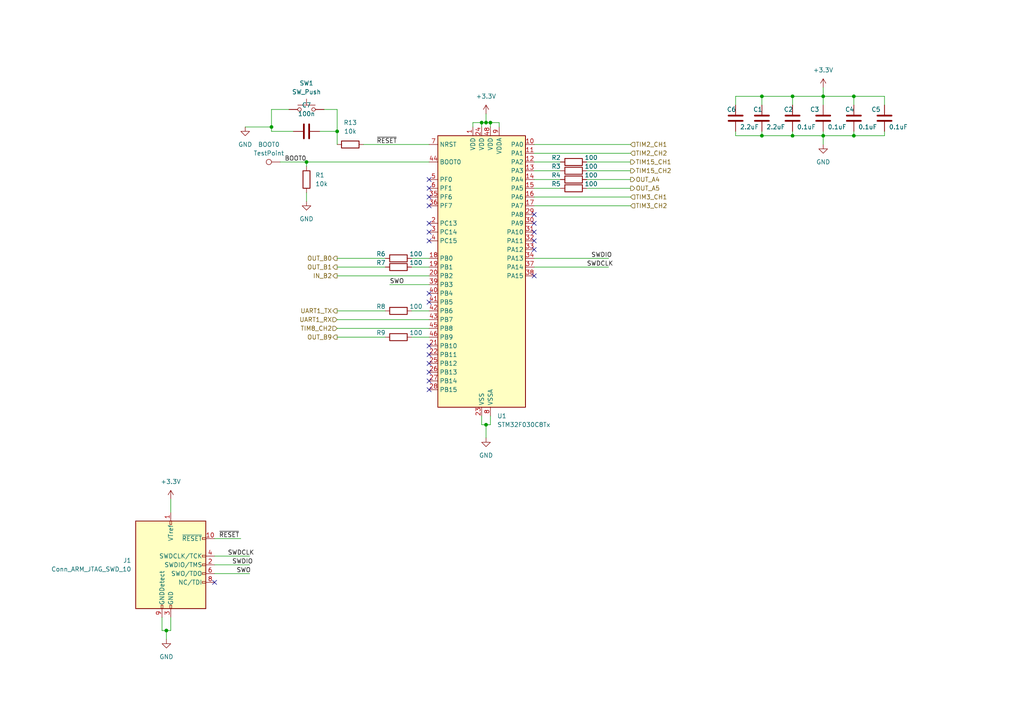
<source format=kicad_sch>
(kicad_sch (version 20230121) (generator eeschema)
  (paper "A4")
  (lib_symbols
    (symbol "Connector:Conn_ARM_JTAG_SWD_10" (pin_names (offset 1.016))
      (property "Reference" "J" (at -2.54 16.51 0))
      (property "Value" "Conn_ARM_JTAG_SWD_10" (at -2.54 13.97 0))
      (symbol "Conn_ARM_JTAG_SWD_10_0_1"
        (rectangle (start -10.16 12.7) (end 10.16 -12.7) (stroke (width 0.254)) (fill (type background)))
        (rectangle (start -2.794 -12.7) (end -2.286 -11.684))
        (rectangle (start -0.254 -12.7) (end 0.254 -11.684))
        (rectangle (start -0.254 12.7) (end 0.254 11.684))
        (rectangle (start 9.144 2.286) (end 10.16 2.794))
        (rectangle (start 10.16 -2.794) (end 9.144 -2.286))
        (rectangle (start 10.16 -0.254) (end 9.144 0.254))
        (rectangle (start 10.16 7.874) (end 9.144 7.366))
      )
      (symbol "Conn_ARM_JTAG_SWD_10_1_1"
        (rectangle (start 9.144 -5.334) (end 10.16 -4.826))
        (pin power_in line (at 0 15.24 270) (length 2.54) (name "VTref") (number "1"))
        (pin open_collector line (at 12.7 7.62 180) (length 2.54) (name "~{RESET}") (number "10"))
        (pin bidirectional line (at 12.7 0 180) (length 2.54) (name "SWDIO/TMS") (number "2"))
        (pin power_in line (at 0 -15.24 90) (length 2.54) (name "GND") (number "3"))
        (pin output line (at 12.7 2.54 180) (length 2.54) (name "SWDCLK/TCK") (number "4"))
        (pin passive line (at 0 -15.24 90) (length 2.54) hide (name "GND") (number "5"))
        (pin input line (at 12.7 -2.54 180) (length 2.54) (name "SWO/TDO") (number "6"))
        (pin no_connect line (at -10.16 0 0) (length 2.54) hide (name "KEY") (number "7"))
        (pin output line (at 12.7 -5.08 180) (length 2.54) (name "NC/TDI") (number "8"))
        (pin passive line (at -2.54 -15.24 90) (length 2.54) (name "GNDDetect") (number "9"))
      )
    )
    (symbol "Connector:TestPoint" (pin_numbers hide) (pin_names (offset 0.762) hide)
      (property "Reference" "TP" (at 0 6.858 0))
      (property "Value" "TestPoint" (at 0 5.08 0))
      (symbol "TestPoint_0_1"
        (circle (center 0 3.302) (radius 0.762))
      )
      (symbol "TestPoint_1_1"
        (pin passive line (at 0 0 90) (length 2.54) (name "1") (number "1"))
      )
    )
    (symbol "Device:C" (pin_numbers hide) (pin_names (offset 0.254))
      (property "Reference" "C" (at 0.635 2.54 0))
      (property "Value" "C" (at 0.635 -2.54 0))
      (symbol "C_0_1"
        (polyline (pts (xy -2.032 -0.762) (xy 2.032 -0.762)) (stroke (width 0.508)))
        (polyline (pts (xy -2.032 0.762) (xy 2.032 0.762)) (stroke (width 0.508)))
      )
      (symbol "C_1_1"
        (pin passive line (at 0 3.81 270) (length 2.794) (name "~") (number "1"))
        (pin passive line (at 0 -3.81 90) (length 2.794) (name "~") (number "2"))
      )
    )
    (symbol "Device:R" (pin_numbers hide) (pin_names (offset 0))
      (property "Reference" "R" (at 2.032 0 90))
      (property "Value" "R" (at 0 0 90))
      (symbol "R_0_1"
        (rectangle (start -1.016 -2.54) (end 1.016 2.54) (stroke (width 0.254)))
      )
      (symbol "R_1_1"
        (pin passive line (at 0 3.81 270) (length 1.27) (name "~") (number "1"))
        (pin passive line (at 0 -3.81 90) (length 1.27) (name "~") (number "2"))
      )
    )
    (symbol "MCU_ST_STM32F0:STM32F030C8Tx"
      (property "Reference" "U" (at -12.7 41.91 0))
      (property "Value" "STM32F030C8Tx" (at 7.62 41.91 0))
      (symbol "STM32F030C8Tx_0_1"
        (rectangle (start -12.7 -38.1) (end 12.7 40.64) (stroke (width 0.254)) (fill (type background)))
      )
      (symbol "STM32F030C8Tx_1_1"
        (pin power_in line (at -2.54 43.18 270) (length 2.54) (name "VDD") (number "1"))
        (pin bidirectional line (at 15.24 38.1 180) (length 2.54) (name "PA0") (number "10"))
        (pin bidirectional line (at 15.24 35.56 180) (length 2.54) (name "PA1") (number "11"))
        (pin bidirectional line (at 15.24 33.02 180) (length 2.54) (name "PA2") (number "12"))
        (pin bidirectional line (at 15.24 30.48 180) (length 2.54) (name "PA3") (number "13"))
        (pin bidirectional line (at 15.24 27.94 180) (length 2.54) (name "PA4") (number "14"))
        (pin bidirectional line (at 15.24 25.4 180) (length 2.54) (name "PA5") (number "15"))
        (pin bidirectional line (at 15.24 22.86 180) (length 2.54) (name "PA6") (number "16"))
        (pin bidirectional line (at 15.24 20.32 180) (length 2.54) (name "PA7") (number "17"))
        (pin bidirectional line (at -15.24 5.08 0) (length 2.54) (name "PB0") (number "18"))
        (pin bidirectional line (at -15.24 2.54 0) (length 2.54) (name "PB1") (number "19"))
        (pin bidirectional line (at -15.24 15.24 0) (length 2.54) (name "PC13") (number "2"))
        (pin bidirectional line (at -15.24 0 0) (length 2.54) (name "PB2") (number "20"))
        (pin bidirectional line (at -15.24 -20.32 0) (length 2.54) (name "PB10") (number "21"))
        (pin bidirectional line (at -15.24 -22.86 0) (length 2.54) (name "PB11") (number "22"))
        (pin power_in line (at 0 -40.64 90) (length 2.54) (name "VSS") (number "23"))
        (pin power_in line (at 0 43.18 270) (length 2.54) (name "VDD") (number "24"))
        (pin bidirectional line (at -15.24 -25.4 0) (length 2.54) (name "PB12") (number "25"))
        (pin bidirectional line (at -15.24 -27.94 0) (length 2.54) (name "PB13") (number "26"))
        (pin bidirectional line (at -15.24 -30.48 0) (length 2.54) (name "PB14") (number "27"))
        (pin bidirectional line (at -15.24 -33.02 0) (length 2.54) (name "PB15") (number "28"))
        (pin bidirectional line (at 15.24 17.78 180) (length 2.54) (name "PA8") (number "29"))
        (pin bidirectional line (at -15.24 12.7 0) (length 2.54) (name "PC14") (number "3"))
        (pin bidirectional line (at 15.24 15.24 180) (length 2.54) (name "PA9") (number "30"))
        (pin bidirectional line (at 15.24 12.7 180) (length 2.54) (name "PA10") (number "31"))
        (pin bidirectional line (at 15.24 10.16 180) (length 2.54) (name "PA11") (number "32"))
        (pin bidirectional line (at 15.24 7.62 180) (length 2.54) (name "PA12") (number "33"))
        (pin bidirectional line (at 15.24 5.08 180) (length 2.54) (name "PA13") (number "34"))
        (pin bidirectional line (at -15.24 22.86 0) (length 2.54) (name "PF6") (number "35"))
        (pin bidirectional line (at -15.24 20.32 0) (length 2.54) (name "PF7") (number "36"))
        (pin bidirectional line (at 15.24 2.54 180) (length 2.54) (name "PA14") (number "37"))
        (pin bidirectional line (at 15.24 0 180) (length 2.54) (name "PA15") (number "38"))
        (pin bidirectional line (at -15.24 -2.54 0) (length 2.54) (name "PB3") (number "39"))
        (pin bidirectional line (at -15.24 10.16 0) (length 2.54) (name "PC15") (number "4"))
        (pin bidirectional line (at -15.24 -5.08 0) (length 2.54) (name "PB4") (number "40"))
        (pin bidirectional line (at -15.24 -7.62 0) (length 2.54) (name "PB5") (number "41"))
        (pin bidirectional line (at -15.24 -10.16 0) (length 2.54) (name "PB6") (number "42"))
        (pin bidirectional line (at -15.24 -12.7 0) (length 2.54) (name "PB7") (number "43"))
        (pin input line (at -15.24 33.02 0) (length 2.54) (name "BOOT0") (number "44"))
        (pin bidirectional line (at -15.24 -15.24 0) (length 2.54) (name "PB8") (number "45"))
        (pin bidirectional line (at -15.24 -17.78 0) (length 2.54) (name "PB9") (number "46"))
        (pin passive line (at 0 -40.64 90) (length 2.54) hide (name "VSS") (number "47"))
        (pin power_in line (at 2.54 43.18 270) (length 2.54) (name "VDD") (number "48"))
        (pin bidirectional line (at -15.24 27.94 0) (length 2.54) (name "PF0") (number "5"))
        (pin bidirectional line (at -15.24 25.4 0) (length 2.54) (name "PF1") (number "6"))
        (pin input line (at -15.24 38.1 0) (length 2.54) (name "NRST") (number "7"))
        (pin power_in line (at 2.54 -40.64 90) (length 2.54) (name "VSSA") (number "8"))
        (pin power_in line (at 5.08 43.18 270) (length 2.54) (name "VDDA") (number "9"))
      )
    )
    (symbol "Switch:SW_Push" (pin_numbers hide) (pin_names (offset 1.016) hide)
      (property "Reference" "SW" (at 1.27 2.54 0))
      (property "Value" "SW_Push" (at 0 -1.524 0))
      (symbol "SW_Push_0_1"
        (circle (center -2.032 0) (radius 0.508))
        (polyline (pts (xy 0 1.27) (xy 0 3.048)))
        (polyline (pts (xy 2.54 1.27) (xy -2.54 1.27)))
        (circle (center 2.032 0) (radius 0.508))
        (pin passive line (at -5.08 0 0) (length 2.54) (name "1") (number "1"))
        (pin passive line (at 5.08 0 180) (length 2.54) (name "2") (number "2"))
      )
    )
    (symbol "minimouse:C" (pin_numbers hide) (pin_names (offset 0.254))
      (property "Reference" "C" (at 0.635 2.54 0))
      (property "Value" "C" (at 0.635 -2.54 0))
      (symbol "C_0_1"
        (polyline (pts (xy -2.032 -0.762) (xy 2.032 -0.762)) (stroke (width 0.508)))
        (polyline (pts (xy -2.032 0.762) (xy 2.032 0.762)) (stroke (width 0.508)))
      )
      (symbol "C_1_1"
        (pin passive line (at 0 3.81 270) (length 2.794) (name "~") (number "1"))
        (pin passive line (at 0 -3.81 90) (length 2.794) (name "~") (number "2"))
      )
    )
    (symbol "minimouse:R" (pin_numbers hide) (pin_names (offset 0))
      (property "Reference" "R" (at 2.032 0 90))
      (property "Value" "R" (at 0 0 90))
      (symbol "R_0_1"
        (rectangle (start -1.016 -2.54) (end 1.016 2.54) (stroke (width 0.254)))
      )
      (symbol "R_1_1"
        (pin passive line (at 0 3.81 270) (length 1.27) (name "~") (number "1"))
        (pin passive line (at 0 -3.81 90) (length 1.27) (name "~") (number "2"))
      )
    )
    (symbol "power:+3.3V" (power) (pin_names (offset 0))
      (property "Value" "+3.3V" (at 0 3.556 0))
      (symbol "+3.3V_0_1"
        (polyline (pts (xy -0.762 1.27) (xy 0 2.54)))
        (polyline (pts (xy 0 0) (xy 0 2.54)))
        (polyline (pts (xy 0 2.54) (xy 0.762 1.27)))
      )
      (symbol "+3.3V_1_1"
        (pin power_in line (at 0 0 90) (length 0) hide (name "+3.3V") (number "1"))
      )
    )
    (symbol "power:GND" (power) (pin_names (offset 0))
      (property "Value" "GND" (at 0 -3.81 0))
      (symbol "GND_0_1"
        (polyline (pts (xy 0 0) (xy 0 -1.27) (xy 1.27 -1.27) (xy 0 -2.54) (xy -1.27 -1.27) (xy 0 -1.27)))
      )
      (symbol "GND_1_1"
        (pin power_in line (at 0 0 270) (length 0) hide (name "GND") (number "1"))
      )
    )
  )
  (junction (at 247.65 27.94))
  (junction (at 140.97 123.19))
  (junction (at 97.79 38.1))
  (junction (at 142.24 35.56))
  (junction (at 229.87 27.94))
  (junction (at 220.98 27.94))
  (junction (at 78.74 36.83))
  (junction (at 48.26 182.88))
  (junction (at 139.7 35.56))
  (junction (at 238.76 39.37))
  (junction (at 229.87 39.37))
  (junction (at 220.98 39.37))
  (junction (at 238.76 27.94))
  (junction (at 140.97 35.56))
  (junction (at 247.65 39.37))
  (junction (at 88.9 46.99))
  (no_connect (at 124.46 69.85))
  (no_connect (at 154.94 62.23))
  (no_connect (at 124.46 105.41))
  (no_connect (at 124.46 102.87))
  (no_connect (at 154.94 80.01))
  (no_connect (at 124.46 54.61))
  (no_connect (at 124.46 57.15))
  (no_connect (at 124.46 110.49))
  (no_connect (at 124.46 85.09))
  (no_connect (at 154.94 69.85))
  (no_connect (at 124.46 52.07))
  (no_connect (at 154.94 67.31))
  (no_connect (at 124.46 64.77))
  (no_connect (at 154.94 64.77))
  (no_connect (at 124.46 67.31))
  (no_connect (at 124.46 59.69))
  (no_connect (at 124.46 107.95))
  (no_connect (at 154.94 72.39))
  (no_connect (at 124.46 87.63))
  (no_connect (at 124.46 100.33))
  (no_connect (at 62.23 168.91))
  (no_connect (at 124.46 113.03))
  (wire (pts (xy 140.97 123.19) (xy 140.97 127)))
  (wire (pts (xy 137.16 36.83) (xy 137.16 35.56)))
  (wire (pts (xy 49.53 144.78) (xy 49.53 148.59)))
  (wire (pts (xy 154.94 57.15) (xy 182.88 57.15)))
  (wire (pts (xy 88.9 46.99) (xy 88.9 48.26)))
  (wire (pts (xy 154.94 59.69) (xy 182.88 59.69)))
  (wire (pts (xy 170.18 52.07) (xy 182.88 52.07)))
  (wire (pts (xy 137.16 35.56) (xy 139.7 35.56)))
  (wire (pts (xy 213.36 39.37) (xy 220.98 39.37)))
  (wire (pts (xy 62.23 161.29) (xy 72.39 161.29)))
  (wire (pts (xy 154.94 41.91) (xy 182.88 41.91)))
  (wire (pts (xy 97.79 38.1) (xy 97.79 31.75)))
  (wire (pts (xy 220.98 38.1) (xy 220.98 39.37)))
  (wire (pts (xy 220.98 27.94) (xy 229.87 27.94)))
  (wire (pts (xy 247.65 38.1) (xy 247.65 39.37)))
  (wire (pts (xy 256.54 30.48) (xy 256.54 27.94)))
  (wire (pts (xy 97.79 80.01) (xy 124.46 80.01)))
  (wire (pts (xy 88.9 55.88) (xy 88.9 58.42)))
  (wire (pts (xy 256.54 38.1) (xy 256.54 39.37)))
  (wire (pts (xy 154.94 49.53) (xy 162.56 49.53)))
  (wire (pts (xy 119.38 74.93) (xy 124.46 74.93)))
  (wire (pts (xy 140.97 35.56) (xy 139.7 35.56)))
  (wire (pts (xy 97.79 74.93) (xy 111.76 74.93)))
  (wire (pts (xy 144.78 35.56) (xy 142.24 35.56)))
  (wire (pts (xy 229.87 27.94) (xy 238.76 27.94)))
  (wire (pts (xy 170.18 49.53) (xy 182.88 49.53)))
  (wire (pts (xy 154.94 54.61) (xy 162.56 54.61)))
  (wire (pts (xy 139.7 123.19) (xy 140.97 123.19)))
  (wire (pts (xy 154.94 46.99) (xy 162.56 46.99)))
  (wire (pts (xy 238.76 39.37) (xy 238.76 41.91)))
  (wire (pts (xy 256.54 27.94) (xy 247.65 27.94)))
  (wire (pts (xy 88.9 46.99) (xy 124.46 46.99)))
  (wire (pts (xy 62.23 166.37) (xy 72.39 166.37)))
  (wire (pts (xy 81.28 46.99) (xy 88.9 46.99)))
  (wire (pts (xy 229.87 30.48) (xy 229.87 27.94)))
  (wire (pts (xy 229.87 39.37) (xy 238.76 39.37)))
  (wire (pts (xy 154.94 52.07) (xy 162.56 52.07)))
  (wire (pts (xy 97.79 97.79) (xy 111.76 97.79)))
  (wire (pts (xy 97.79 92.71) (xy 124.46 92.71)))
  (wire (pts (xy 213.36 38.1) (xy 213.36 39.37)))
  (wire (pts (xy 46.99 179.07) (xy 46.99 182.88)))
  (wire (pts (xy 220.98 39.37) (xy 229.87 39.37)))
  (wire (pts (xy 97.79 90.17) (xy 111.76 90.17)))
  (wire (pts (xy 97.79 77.47) (xy 111.76 77.47)))
  (wire (pts (xy 213.36 27.94) (xy 220.98 27.94)))
  (wire (pts (xy 78.74 31.75) (xy 83.82 31.75)))
  (wire (pts (xy 48.26 182.88) (xy 48.26 185.42)))
  (wire (pts (xy 46.99 182.88) (xy 48.26 182.88)))
  (wire (pts (xy 256.54 39.37) (xy 247.65 39.37)))
  (wire (pts (xy 154.94 77.47) (xy 176.53 77.47)))
  (wire (pts (xy 78.74 38.1) (xy 78.74 36.83)))
  (wire (pts (xy 238.76 27.94) (xy 238.76 30.48)))
  (wire (pts (xy 113.03 82.55) (xy 124.46 82.55)))
  (wire (pts (xy 220.98 30.48) (xy 220.98 27.94)))
  (wire (pts (xy 119.38 90.17) (xy 124.46 90.17)))
  (wire (pts (xy 97.79 95.25) (xy 124.46 95.25)))
  (wire (pts (xy 92.71 38.1) (xy 97.79 38.1)))
  (wire (pts (xy 139.7 35.56) (xy 139.7 36.83)))
  (wire (pts (xy 119.38 77.47) (xy 124.46 77.47)))
  (wire (pts (xy 142.24 123.19) (xy 140.97 123.19)))
  (wire (pts (xy 119.38 97.79) (xy 124.46 97.79)))
  (wire (pts (xy 49.53 179.07) (xy 49.53 182.88)))
  (wire (pts (xy 139.7 120.65) (xy 139.7 123.19)))
  (wire (pts (xy 85.09 38.1) (xy 78.74 38.1)))
  (wire (pts (xy 97.79 41.91) (xy 97.79 38.1)))
  (wire (pts (xy 144.78 36.83) (xy 144.78 35.56)))
  (wire (pts (xy 140.97 33.02) (xy 140.97 35.56)))
  (wire (pts (xy 154.94 74.93) (xy 176.53 74.93)))
  (wire (pts (xy 142.24 35.56) (xy 140.97 35.56)))
  (wire (pts (xy 71.12 36.83) (xy 78.74 36.83)))
  (wire (pts (xy 238.76 38.1) (xy 238.76 39.37)))
  (wire (pts (xy 238.76 25.4) (xy 238.76 27.94)))
  (wire (pts (xy 229.87 38.1) (xy 229.87 39.37)))
  (wire (pts (xy 170.18 46.99) (xy 182.88 46.99)))
  (wire (pts (xy 105.41 41.91) (xy 124.46 41.91)))
  (wire (pts (xy 78.74 36.83) (xy 78.74 31.75)))
  (wire (pts (xy 154.94 44.45) (xy 182.88 44.45)))
  (wire (pts (xy 97.79 31.75) (xy 93.98 31.75)))
  (wire (pts (xy 170.18 54.61) (xy 182.88 54.61)))
  (wire (pts (xy 247.65 39.37) (xy 238.76 39.37)))
  (wire (pts (xy 62.23 163.83) (xy 72.39 163.83)))
  (wire (pts (xy 247.65 27.94) (xy 238.76 27.94)))
  (wire (pts (xy 62.23 156.21) (xy 69.85 156.21)))
  (wire (pts (xy 247.65 30.48) (xy 247.65 27.94)))
  (wire (pts (xy 213.36 30.48) (xy 213.36 27.94)))
  (wire (pts (xy 142.24 120.65) (xy 142.24 123.19)))
  (wire (pts (xy 49.53 182.88) (xy 48.26 182.88)))
  (wire (pts (xy 142.24 36.83) (xy 142.24 35.56)))
  (label "SWDCLK" (at 170.18 77.47 0))
  (label "SWDIO" (at 67.31 163.83 0))
  (label "SWDCLK" (at 66.04 161.29 0))
  (label "~{RESET}" (at 109.22 41.91 0))
  (label "SWO" (at 113.03 82.55 0))
  (label "SWO" (at 68.58 166.37 0))
  (label "SWDIO" (at 171.45 74.93 0))
  (label "BOOT0" (at 82.55 46.99 0))
  (label "~{RESET}" (at 63.5 156.21 0))
  (hierarchical_label "UART1_RX" (shape input) (at 97.79 92.71 180))
  (hierarchical_label "TIM3_CH1" (shape input) (at 182.88 57.15 0))
  (hierarchical_label "OUT_B9" (shape output) (at 97.79 97.79 180))
  (hierarchical_label "TIM2_CH2" (shape input) (at 182.88 44.45 0))
  (hierarchical_label "UART1_TX" (shape output) (at 97.79 90.17 180))
  (hierarchical_label "IN_B2" (shape output) (at 97.79 80.01 180))
  (hierarchical_label "TIM15_CH1" (shape output) (at 182.88 46.99 0))
  (hierarchical_label "TIM8_CH2" (shape input) (at 97.79 95.25 180))
  (hierarchical_label "TIM2_CH1" (shape input) (at 182.88 41.91 0))
  (hierarchical_label "OUT_A4" (shape output) (at 182.88 52.07 0))
  (hierarchical_label "OUT_B1" (shape output) (at 97.79 77.47 180))
  (hierarchical_label "OUT_A5" (shape output) (at 182.88 54.61 0))
  (hierarchical_label "OUT_B0" (shape output) (at 97.79 74.93 180))
  (hierarchical_label "TIM15_CH2" (shape output) (at 182.88 49.53 0))
  (hierarchical_label "TIM3_CH2" (shape input) (at 182.88 59.69 0))
  (symbol (lib_id "Device:R") (at 88.9 52.07 0) (unit 1)
    (property "Reference" "R1" (at 91.44 50.8 0) (effects (justify left)))
    (property "Value" "10k" (at 91.44 53.34 0) (effects (justify left)))
    (property "Footprint" "Resistor_SMD:R_0603_1608Metric" (effects hide))
  )
  (symbol (lib_id "Device:C") (at 213.36 34.29 0) (unit 1)
    (property "Reference" "C6" (at 210.82 31.75 0) (effects (justify left)))
    (property "Value" "2.2uF" (at 214.63 36.83 0) (effects (justify left)))
    (property "Footprint" "Capacitor_SMD:C_0603_1608Metric" (effects hide))
  )
  (symbol (lib_id "power:GND") (at 48.26 185.42 0) (unit 1)
    (property "Reference" "#PWR06" (effects hide))
    (property "Value" "GND" (at 48.26 190.5 0))
  )
  (symbol (lib_id "Device:C") (at 229.87 34.29 0) (unit 1)
    (property "Reference" "C2" (at 227.33 31.75 0) (effects (justify left)))
    (property "Value" "0.1uF" (at 231.14 36.83 0) (effects (justify left)))
    (property "Footprint" "Capacitor_SMD:C_0603_1608Metric" (effects hide))
  )
  (symbol (lib_id "Connector:TestPoint") (at 81.28 46.99 90) (unit 1)
    (property "Reference" "BOOT0" (at 77.978 41.91 90))
    (property "Value" "TestPoint" (at 77.978 44.45 90))
    (property "Footprint" "TestPoint:TestPoint_Pad_D1.5mm" (effects hide))
  )
  (symbol (lib_id "Device:R") (at 115.57 77.47 90) (unit 1)
    (property "Reference" "R7" (at 110.49 76.2 90))
    (property "Value" "100" (at 120.65 76.2 90))
    (property "Footprint" "Resistor_SMD:R_0603_1608Metric" (effects hide))
  )
  (symbol (lib_id "power:GND") (at 238.76 41.91 0) (unit 1)
    (property "Reference" "#PWR04" (effects hide))
    (property "Value" "GND" (at 238.76 46.99 0))
  )
  (symbol (lib_id "Connector:Conn_ARM_JTAG_SWD_10") (at 49.53 163.83 0) (unit 1)
    (property "Reference" "J1" (at 38.1 162.56 0) (effects (justify right)))
    (property "Value" "Conn_ARM_JTAG_SWD_10" (at 38.1 165.1 0) (effects (justify right)))
    (property "Footprint" "Connector_PinHeader_1.27mm:PinHeader_2x05_P1.27mm_Vertical" (effects hide))
    (property "Datasheet" "http://infocenter.arm.com/help/topic/com.arm.doc.ddi0314h/DDI0314H_coresight_components_trm.pdf" (effects hide))
  )
  (symbol (lib_id "minimouse:C") (at 88.9 38.1 90) (unit 1)
    (property "Reference" "C7" (at 88.9 30.48 90))
    (property "Value" "100n" (at 88.9 33.02 90))
    (property "Footprint" "Capacitor_SMD:C_0603_1608Metric" (effects hide))
  )
  (symbol (lib_id "Device:R") (at 166.37 54.61 90) (unit 1)
    (property "Reference" "R5" (at 161.29 53.34 90))
    (property "Value" "100" (at 171.45 53.34 90))
    (property "Footprint" "Resistor_SMD:R_0603_1608Metric" (effects hide))
  )
  (symbol (lib_id "Device:R") (at 115.57 74.93 90) (unit 1)
    (property "Reference" "R6" (at 110.49 73.66 90))
    (property "Value" "100" (at 120.65 73.66 90))
    (property "Footprint" "Resistor_SMD:R_0603_1608Metric" (effects hide))
  )
  (symbol (lib_id "Device:R") (at 115.57 90.17 90) (unit 1)
    (property "Reference" "R8" (at 110.49 88.9 90))
    (property "Value" "100" (at 120.65 88.9 90))
    (property "Footprint" "Resistor_SMD:R_0603_1608Metric" (effects hide))
  )
  (symbol (lib_id "Device:R") (at 166.37 46.99 90) (unit 1)
    (property "Reference" "R2" (at 161.29 45.72 90))
    (property "Value" "100" (at 171.45 45.72 90))
    (property "Footprint" "Resistor_SMD:R_0603_1608Metric" (effects hide))
  )
  (symbol (lib_id "MCU_ST_STM32F0:STM32F030C8Tx") (at 139.7 80.01 0) (unit 1)
    (property "Reference" "U1" (at 144.1959 120.65 0) (effects (justify left)))
    (property "Value" "STM32F030C8Tx" (at 144.1959 123.19 0) (effects (justify left)))
    (property "Footprint" "Package_QFP:LQFP-48_7x7mm_P0.5mm" (effects hide))
    (property "Datasheet" "https://www.st.com/resource/en/datasheet/stm32f030c8.pdf" (effects hide))
  )
  (symbol (lib_id "Device:R") (at 115.57 97.79 90) (unit 1)
    (property "Reference" "R9" (at 110.49 96.52 90))
    (property "Value" "100" (at 120.65 96.52 90))
    (property "Footprint" "Resistor_SMD:R_0603_1608Metric" (effects hide))
  )
  (symbol (lib_id "power:+3.3V") (at 238.76 25.4 0) (unit 1)
    (property "Reference" "#PWR03" (effects hide))
    (property "Value" "+3.3V" (at 238.76 20.32 0))
  )
  (symbol (lib_id "power:GND") (at 71.12 36.83 0) (unit 1)
    (property "Reference" "#PWR010" (effects hide))
    (property "Value" "GND" (at 71.12 41.91 0))
  )
  (symbol (lib_id "Device:R") (at 166.37 49.53 90) (unit 1)
    (property "Reference" "R3" (at 161.29 48.26 90))
    (property "Value" "100" (at 171.45 48.26 90))
    (property "Footprint" "Resistor_SMD:R_0603_1608Metric" (effects hide))
  )
  (symbol (lib_id "Device:C") (at 247.65 34.29 0) (unit 1)
    (property "Reference" "C4" (at 245.11 31.75 0) (effects (justify left)))
    (property "Value" "0.1uF" (at 248.92 36.83 0) (effects (justify left)))
    (property "Footprint" "Capacitor_SMD:C_0603_1608Metric" (effects hide))
  )
  (symbol (lib_id "Device:C") (at 256.54 34.29 0) (unit 1)
    (property "Reference" "C5" (at 252.73 31.75 0) (effects (justify left)))
    (property "Value" "0.1uF" (at 257.81 36.83 0) (effects (justify left)))
    (property "Footprint" "Capacitor_SMD:C_0603_1608Metric" (effects hide))
  )
  (symbol (lib_id "power:+3.3V") (at 140.97 33.02 0) (unit 1)
    (property "Reference" "#PWR01" (effects hide))
    (property "Value" "+3.3V" (at 140.97 27.94 0))
  )
  (symbol (lib_id "Switch:SW_Push") (at 88.9 31.75 0) (unit 1)
    (property "Reference" "SW1" (at 88.9 24.13 0))
    (property "Value" "SW_Push" (at 88.9 26.67 0))
    (property "Footprint" "Button_Switch_SMD:SW_Push_1P1T_NO_CK_KSC7xxJ" (effects hide))
  )
  (symbol (lib_id "Device:C") (at 238.76 34.29 0) (unit 1)
    (property "Reference" "C3" (at 234.95 31.75 0) (effects (justify left)))
    (property "Value" "0.1uF" (at 240.03 36.83 0) (effects (justify left)))
    (property "Footprint" "Capacitor_SMD:C_0603_1608Metric" (effects hide))
  )
  (symbol (lib_id "power:GND") (at 88.9 58.42 0) (unit 1)
    (property "Reference" "#PWR07" (effects hide))
    (property "Value" "GND" (at 88.9 63.5 0))
  )
  (symbol (lib_id "power:+3.3V") (at 49.53 144.78 0) (unit 1)
    (property "Reference" "#PWR05" (effects hide))
    (property "Value" "+3.3V" (at 49.53 139.7 0))
  )
  (symbol (lib_id "Device:R") (at 166.37 52.07 90) (unit 1)
    (property "Reference" "R4" (at 161.29 50.8 90))
    (property "Value" "100" (at 171.45 50.8 90))
    (property "Footprint" "Resistor_SMD:R_0603_1608Metric" (effects hide))
  )
  (symbol (lib_id "power:GND") (at 140.97 127 0) (unit 1)
    (property "Reference" "#PWR02" (effects hide))
    (property "Value" "GND" (at 140.97 132.08 0))
  )
  (symbol (lib_id "minimouse:R") (at 101.6 41.91 90) (unit 1)
    (property "Reference" "R13" (at 101.6 35.56 90))
    (property "Value" "10k" (at 101.6 38.1 90))
    (property "Footprint" "Resistor_SMD:R_0603_1608Metric" (effects hide))
  )
  (symbol (lib_id "Device:C") (at 220.98 34.29 0) (unit 1)
    (property "Reference" "C1" (at 218.44 31.75 0) (effects (justify left)))
    (property "Value" "2.2uF" (at 222.25 36.83 0) (effects (justify left)))
    (property "Footprint" "Capacitor_SMD:C_0603_1608Metric" (effects hide))
  )
)
</source>
